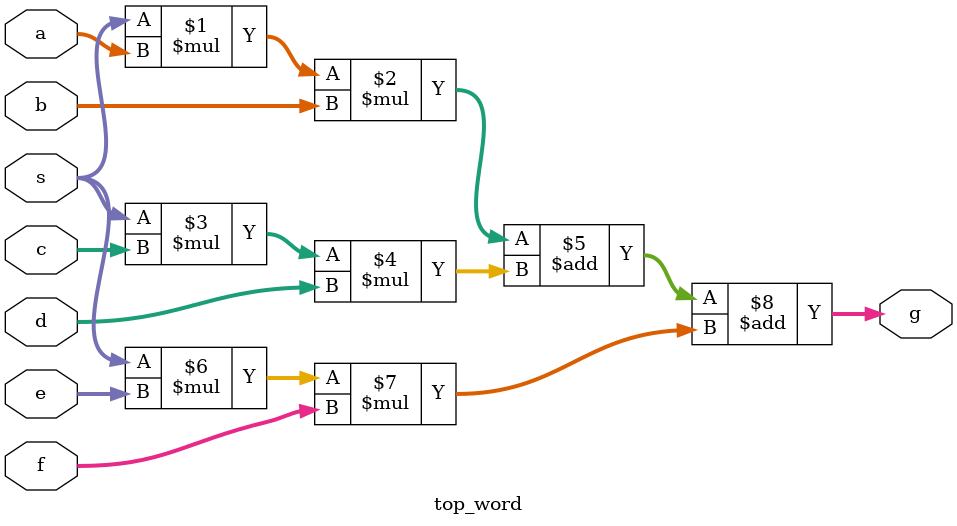
<source format=v>
module top_word(a, b, c, d, e, f, s, g);
input signed [7:0] a;
input signed [7:0] b;
input signed [7:0] c;
input signed [7:0] d;
input signed [7:0] e;
input signed [7:0] f;
input signed [3:0] s;
output signed [15:0] g;

assign g = s*a*b + s*c*d + s*e*f;

endmodule

</source>
